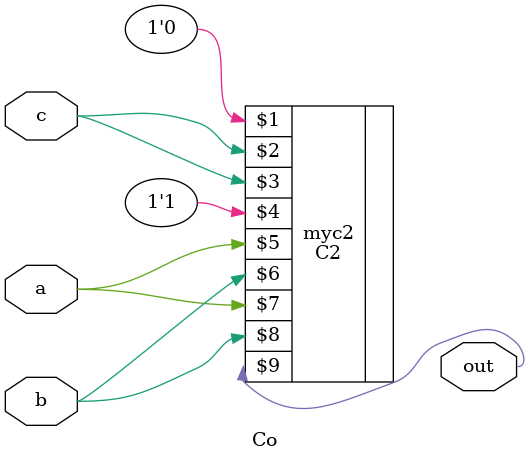
<source format=v>
module Co(a, b, c, out);input a, b, c;output out;C2 myc2(1'b0, c, c, 1'b1, a, b, a, b, out);endmodule

</source>
